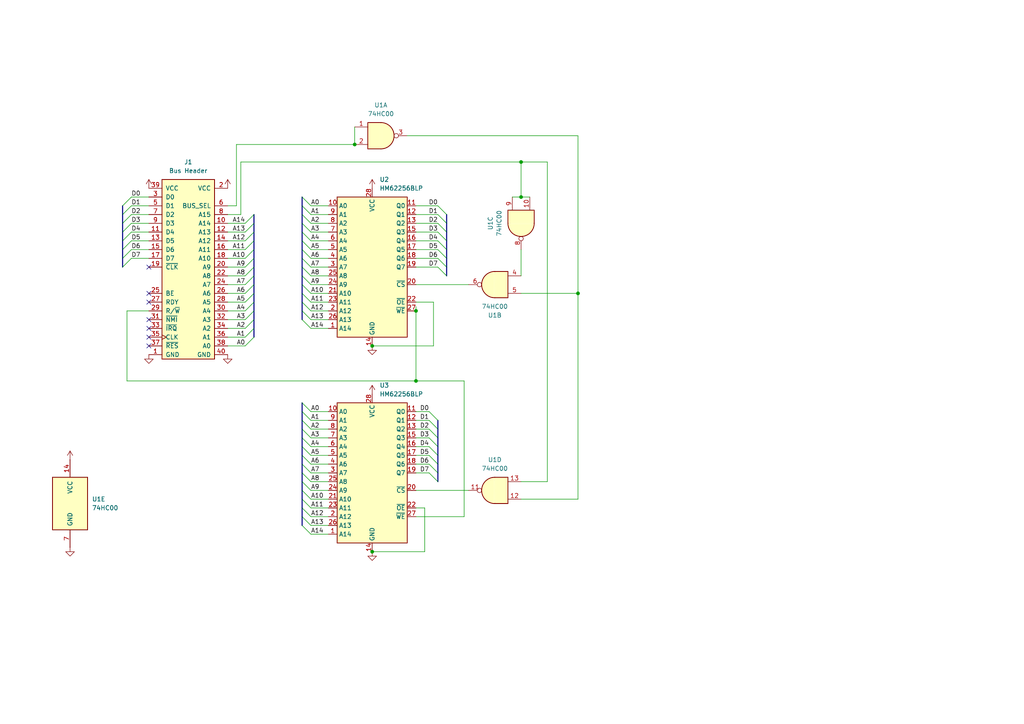
<source format=kicad_sch>
(kicad_sch (version 20250114) (generator "eeschema") (generator_version "9.0")
  (paper "A4")
  (lib_symbols
    (symbol "74xx:74HC00" (pin_names (offset 1.016))
      (property "Reference" "U" (at 0 1.27 0))
      (property "Value" "74HC00" (at 0 -1.27 0))
      (symbol "74HC00_1_1"
        (arc (start 0 3.81) (mid 3.7934 0) (end 0 -3.81) (stroke (width 0.254)) (fill (type background)))
        (polyline (pts (xy 0 3.81) (xy -3.81 3.81) (xy -3.81 -3.81) (xy 0 -3.81)) (stroke (width 0.254)) (fill (type background)))
        (pin input line (at -7.62 2.54 0) (length 3.81) (name "~") (number "1"))
        (pin input line (at -7.62 -2.54 0) (length 3.81) (name "~") (number "2"))
        (pin output inverted (at 7.62 0 180) (length 3.81) (name "~") (number "3"))
      )
      (symbol "74HC00_1_2"
        (arc (start -3.81 3.81) (mid -2.589 0) (end -3.81 -3.81) (stroke (width 0.254)))
        (polyline (pts (xy -3.81 3.81) (xy -0.635 3.81)) (stroke (width 0.254)) (fill (type background)))
        (polyline (pts (xy -3.81 -3.81) (xy -0.635 -3.81)) (stroke (width 0.254)) (fill (type background)))
        (arc (start 3.81 0) (mid 2.1855 -2.584) (end -0.6096 -3.81) (stroke (width 0.254)) (fill (type background)))
        (arc (start -0.6096 3.81) (mid 2.1928 2.5924) (end 3.81 0) (stroke (width 0.254)) (fill (type background)))
        (polyline (pts (xy -0.635 3.81) (xy -3.81 3.81) (xy -3.81 3.81) (xy -3.556 3.4036) (xy -3.0226 2.2606) (xy -2.6924 1.0414) (xy -2.6162 -0.254) (xy -2.7686 -1.4986) (xy -3.175 -2.7178) (xy -3.81 -3.81) (xy -3.81 -3.81) (xy -0.635 -3.81)) (stroke (width -25.4)) (fill (type background)))
        (pin input inverted (at -7.62 2.54 0) (length 4.318) (name "~") (number "1"))
        (pin input inverted (at -7.62 -2.54 0) (length 4.318) (name "~") (number "2"))
        (pin output line (at 7.62 0 180) (length 3.81) (name "~") (number "3"))
      )
      (symbol "74HC00_2_1"
        (arc (start 0 3.81) (mid 3.7934 0) (end 0 -3.81) (stroke (width 0.254)) (fill (type background)))
        (polyline (pts (xy 0 3.81) (xy -3.81 3.81) (xy -3.81 -3.81) (xy 0 -3.81)) (stroke (width 0.254)) (fill (type background)))
        (pin input line (at -7.62 2.54 0) (length 3.81) (name "~") (number "4"))
        (pin input line (at -7.62 -2.54 0) (length 3.81) (name "~") (number "5"))
        (pin output inverted (at 7.62 0 180) (length 3.81) (name "~") (number "6"))
      )
      (symbol "74HC00_2_2"
        (arc (start -3.81 3.81) (mid -2.589 0) (end -3.81 -3.81) (stroke (width 0.254)))
        (polyline (pts (xy -3.81 3.81) (xy -0.635 3.81)) (stroke (width 0.254)) (fill (type background)))
        (polyline (pts (xy -3.81 -3.81) (xy -0.635 -3.81)) (stroke (width 0.254)) (fill (type background)))
        (arc (start 3.81 0) (mid 2.1855 -2.584) (end -0.6096 -3.81) (stroke (width 0.254)) (fill (type background)))
        (arc (start -0.6096 3.81) (mid 2.1928 2.5924) (end 3.81 0) (stroke (width 0.254)) (fill (type background)))
        (polyline (pts (xy -0.635 3.81) (xy -3.81 3.81) (xy -3.81 3.81) (xy -3.556 3.4036) (xy -3.0226 2.2606) (xy -2.6924 1.0414) (xy -2.6162 -0.254) (xy -2.7686 -1.4986) (xy -3.175 -2.7178) (xy -3.81 -3.81) (xy -3.81 -3.81) (xy -0.635 -3.81)) (stroke (width -25.4)) (fill (type background)))
        (pin input inverted (at -7.62 2.54 0) (length 4.318) (name "~") (number "4"))
        (pin input inverted (at -7.62 -2.54 0) (length 4.318) (name "~") (number "5"))
        (pin output line (at 7.62 0 180) (length 3.81) (name "~") (number "6"))
      )
      (symbol "74HC00_3_1"
        (arc (start 0 3.81) (mid 3.7934 0) (end 0 -3.81) (stroke (width 0.254)) (fill (type background)))
        (polyline (pts (xy 0 3.81) (xy -3.81 3.81) (xy -3.81 -3.81) (xy 0 -3.81)) (stroke (width 0.254)) (fill (type background)))
        (pin input line (at -7.62 2.54 0) (length 3.81) (name "~") (number "9"))
        (pin input line (at -7.62 -2.54 0) (length 3.81) (name "~") (number "10"))
        (pin output inverted (at 7.62 0 180) (length 3.81) (name "~") (number "8"))
      )
      (symbol "74HC00_3_2"
        (arc (start -3.81 3.81) (mid -2.589 0) (end -3.81 -3.81) (stroke (width 0.254)))
        (polyline (pts (xy -3.81 3.81) (xy -0.635 3.81)) (stroke (width 0.254)) (fill (type background)))
        (polyline (pts (xy -3.81 -3.81) (xy -0.635 -3.81)) (stroke (width 0.254)) (fill (type background)))
        (arc (start 3.81 0) (mid 2.1855 -2.584) (end -0.6096 -3.81) (stroke (width 0.254)) (fill (type background)))
        (arc (start -0.6096 3.81) (mid 2.1928 2.5924) (end 3.81 0) (stroke (width 0.254)) (fill (type background)))
        (polyline (pts (xy -0.635 3.81) (xy -3.81 3.81) (xy -3.81 3.81) (xy -3.556 3.4036) (xy -3.0226 2.2606) (xy -2.6924 1.0414) (xy -2.6162 -0.254) (xy -2.7686 -1.4986) (xy -3.175 -2.7178) (xy -3.81 -3.81) (xy -3.81 -3.81) (xy -0.635 -3.81)) (stroke (width -25.4)) (fill (type background)))
        (pin input inverted (at -7.62 2.54 0) (length 4.318) (name "~") (number "9"))
        (pin input inverted (at -7.62 -2.54 0) (length 4.318) (name "~") (number "10"))
        (pin output line (at 7.62 0 180) (length 3.81) (name "~") (number "8"))
      )
      (symbol "74HC00_4_1"
        (arc (start 0 3.81) (mid 3.7934 0) (end 0 -3.81) (stroke (width 0.254)) (fill (type background)))
        (polyline (pts (xy 0 3.81) (xy -3.81 3.81) (xy -3.81 -3.81) (xy 0 -3.81)) (stroke (width 0.254)) (fill (type background)))
        (pin input line (at -7.62 2.54 0) (length 3.81) (name "~") (number "12"))
        (pin input line (at -7.62 -2.54 0) (length 3.81) (name "~") (number "13"))
        (pin output inverted (at 7.62 0 180) (length 3.81) (name "~") (number "11"))
      )
      (symbol "74HC00_4_2"
        (arc (start -3.81 3.81) (mid -2.589 0) (end -3.81 -3.81) (stroke (width 0.254)))
        (polyline (pts (xy -3.81 3.81) (xy -0.635 3.81)) (stroke (width 0.254)) (fill (type background)))
        (polyline (pts (xy -3.81 -3.81) (xy -0.635 -3.81)) (stroke (width 0.254)) (fill (type background)))
        (arc (start 3.81 0) (mid 2.1855 -2.584) (end -0.6096 -3.81) (stroke (width 0.254)) (fill (type background)))
        (arc (start -0.6096 3.81) (mid 2.1928 2.5924) (end 3.81 0) (stroke (width 0.254)) (fill (type background)))
        (polyline (pts (xy -0.635 3.81) (xy -3.81 3.81) (xy -3.81 3.81) (xy -3.556 3.4036) (xy -3.0226 2.2606) (xy -2.6924 1.0414) (xy -2.6162 -0.254) (xy -2.7686 -1.4986) (xy -3.175 -2.7178) (xy -3.81 -3.81) (xy -3.81 -3.81) (xy -0.635 -3.81)) (stroke (width -25.4)) (fill (type background)))
        (pin input inverted (at -7.62 2.54 0) (length 4.318) (name "~") (number "12"))
        (pin input inverted (at -7.62 -2.54 0) (length 4.318) (name "~") (number "13"))
        (pin output line (at 7.62 0 180) (length 3.81) (name "~") (number "11"))
      )
      (symbol "74HC00_5_0"
        (pin power_in line (at 0 12.7 270) (length 5.08) (name "VCC") (number "14"))
        (pin power_in line (at 0 -12.7 90) (length 5.08) (name "GND") (number "7"))
      )
      (symbol "74HC00_5_1"
        (rectangle (start -5.08 7.62) (end 5.08 -7.62) (stroke (width 0.254)) (fill (type background)))
      )
    )
    (symbol "Board Connectors:Generic Board Connector" (pin_names (offset 1.016))
      (property "Reference" "J3" (at -0.254 2.286 0))
      (property "Value" "Bus Header" (at 0.508 0.508 0))
      (symbol "Generic Board Connector_1_1"
        (rectangle (start -7.62 -1.27) (end 7.62 -53.34) (stroke (width 0.254)) (fill (type background)))
        (pin power_out line (at -11.43 -3.81 0) (length 3.81) (name "VCC") (number "39"))
        (pin bidirectional line (at -11.43 -6.35 0) (length 3.81) (name "D0") (number "3"))
        (pin bidirectional line (at -11.43 -8.89 0) (length 3.81) (name "D1") (number "5"))
        (pin bidirectional line (at -11.43 -11.43 0) (length 3.81) (name "D2") (number "7"))
        (pin bidirectional line (at -11.43 -13.97 0) (length 3.81) (name "D3") (number "9"))
        (pin bidirectional line (at -11.43 -16.51 0) (length 3.81) (name "D4") (number "11"))
        (pin bidirectional line (at -11.43 -19.05 0) (length 3.81) (name "D5") (number "13"))
        (pin bidirectional line (at -11.43 -21.59 0) (length 3.81) (name "D6") (number "15"))
        (pin bidirectional line (at -11.43 -24.13 0) (length 3.81) (name "D7") (number "17"))
        (pin output line (at -11.43 -26.67 0) (length 3.81) (name "~{CLK}") (number "19"))
        (pin no_connect line (at -11.43 -29.21 0) (length 3.81) (hide yes) (name "NC") (number "21"))
        (pin no_connect line (at -11.43 -31.75 0) (length 3.81) (hide yes) (name "NC") (number "23"))
        (pin output line (at -11.43 -34.29 0) (length 3.81) (name "BE") (number "25"))
        (pin output line (at -11.43 -36.83 0) (length 3.81) (name "RDY") (number "27"))
        (pin output line (at -11.43 -39.37 0) (length 3.81) (name "R/~{W}") (number "29"))
        (pin bidirectional line (at -11.43 -41.91 0) (length 3.81) (name "~{NMI}") (number "31"))
        (pin bidirectional line (at -11.43 -44.45 0) (length 3.81) (name "~{IRQ}") (number "33"))
        (pin output clock (at -11.43 -46.99 0) (length 3.81) (name "CLK") (number "35"))
        (pin output line (at -11.43 -49.53 0) (length 3.81) (name "~{RES}") (number "37"))
        (pin power_out line (at -11.43 -52.07 0) (length 3.81) (name "GND") (number "1"))
        (pin power_out line (at 11.43 -3.81 180) (length 3.81) (name "VCC") (number "2"))
        (pin no_connect line (at 11.43 -6.35 180) (length 3.81) (hide yes) (name "NC") (number "4"))
        (pin output line (at 11.43 -8.89 180) (length 3.81) (name "BUS_SEL") (number "6"))
        (pin output line (at 11.43 -11.43 180) (length 3.81) (name "A15") (number "8"))
        (pin output line (at 11.43 -13.97 180) (length 3.81) (name "A14") (number "10"))
        (pin output line (at 11.43 -16.51 180) (length 3.81) (name "A13") (number "12"))
        (pin output line (at 11.43 -19.05 180) (length 3.81) (name "A12") (number "14"))
        (pin output line (at 11.43 -21.59 180) (length 3.81) (name "A11") (number "16"))
        (pin output line (at 11.43 -24.13 180) (length 3.81) (name "A10") (number "18"))
        (pin output line (at 11.43 -26.67 180) (length 3.81) (name "A9") (number "20"))
        (pin output line (at 11.43 -29.21 180) (length 3.81) (name "A8") (number "22"))
        (pin output line (at 11.43 -31.75 180) (length 3.81) (name "A7") (number "24"))
        (pin output line (at 11.43 -34.29 180) (length 3.81) (name "A6") (number "26"))
        (pin output line (at 11.43 -36.83 180) (length 3.81) (name "A5") (number "28"))
        (pin output line (at 11.43 -39.37 180) (length 3.81) (name "A4") (number "30"))
        (pin output line (at 11.43 -41.91 180) (length 3.81) (name "A3") (number "32"))
        (pin output line (at 11.43 -44.45 180) (length 3.81) (name "A2") (number "34"))
        (pin output line (at 11.43 -46.99 180) (length 3.81) (name "A1") (number "36"))
        (pin output line (at 11.43 -49.53 180) (length 3.81) (name "A0") (number "38"))
        (pin power_out line (at 11.43 -52.07 180) (length 3.81) (name "GND") (number "40"))
      )
    )
    (symbol "Memory_RAM:HM62256BLP"
      (property "Reference" "U" (at -10.16 20.955 0))
      (property "Value" "HM62256BLP" (at 2.54 20.955 0))
      (symbol "HM62256BLP_0_0"
        (pin power_in line (at 0 22.86 270) (length 2.54) (name "VCC") (number "28"))
        (pin power_in line (at 0 -22.86 90) (length 2.54) (name "GND") (number "14"))
      )
      (symbol "HM62256BLP_0_1"
        (rectangle (start -10.16 20.32) (end 10.16 -20.32) (stroke (width 0.254)) (fill (type background)))
      )
      (symbol "HM62256BLP_1_1"
        (pin input line (at -12.7 17.78 0) (length 2.54) (name "A0") (number "10"))
        (pin input line (at -12.7 15.24 0) (length 2.54) (name "A1") (number "9"))
        (pin input line (at -12.7 12.7 0) (length 2.54) (name "A2") (number "8"))
        (pin input line (at -12.7 10.16 0) (length 2.54) (name "A3") (number "7"))
        (pin input line (at -12.7 7.62 0) (length 2.54) (name "A4") (number "6"))
        (pin input line (at -12.7 5.08 0) (length 2.54) (name "A5") (number "5"))
        (pin input line (at -12.7 2.54 0) (length 2.54) (name "A6") (number "4"))
        (pin input line (at -12.7 0 0) (length 2.54) (name "A7") (number "3"))
        (pin input line (at -12.7 -2.54 0) (length 2.54) (name "A8") (number "25"))
        (pin input line (at -12.7 -5.08 0) (length 2.54) (name "A9") (number "24"))
        (pin input line (at -12.7 -7.62 0) (length 2.54) (name "A10") (number "21"))
        (pin input line (at -12.7 -10.16 0) (length 2.54) (name "A11") (number "23"))
        (pin input line (at -12.7 -12.7 0) (length 2.54) (name "A12") (number "2"))
        (pin input line (at -12.7 -15.24 0) (length 2.54) (name "A13") (number "26"))
        (pin input line (at -12.7 -17.78 0) (length 2.54) (name "A14") (number "1"))
        (pin tri_state line (at 12.7 17.78 180) (length 2.54) (name "Q0") (number "11"))
        (pin tri_state line (at 12.7 15.24 180) (length 2.54) (name "Q1") (number "12"))
        (pin tri_state line (at 12.7 12.7 180) (length 2.54) (name "Q2") (number "13"))
        (pin tri_state line (at 12.7 10.16 180) (length 2.54) (name "Q3") (number "15"))
        (pin tri_state line (at 12.7 7.62 180) (length 2.54) (name "Q4") (number "16"))
        (pin tri_state line (at 12.7 5.08 180) (length 2.54) (name "Q5") (number "17"))
        (pin tri_state line (at 12.7 2.54 180) (length 2.54) (name "Q6") (number "18"))
        (pin tri_state line (at 12.7 0 180) (length 2.54) (name "Q7") (number "19"))
        (pin input line (at 12.7 -5.08 180) (length 2.54) (name "~{CS}") (number "20"))
        (pin input line (at 12.7 -10.16 180) (length 2.54) (name "~{OE}") (number "22"))
        (pin input line (at 12.7 -12.7 180) (length 2.54) (name "~{WE}") (number "27"))
      )
    )
    (symbol "power:+5V" (power) (pin_numbers (hide yes)) (pin_names (offset 0) (hide yes))
      (property "Value" "+5V" (at 0 3.556 0))
      (symbol "+5V_0_1"
        (polyline (pts (xy -0.762 1.27) (xy 0 2.54)))
        (polyline (pts (xy 0 2.54) (xy 0.762 1.27)))
        (polyline (pts (xy 0 0) (xy 0 2.54)))
      )
      (symbol "+5V_1_1"
        (pin power_in line (at 0 0 90) (length 0) (name "~") (number "1"))
      )
    )
    (symbol "power:GND" (power) (pin_numbers (hide yes)) (pin_names (offset 0) (hide yes))
      (property "Value" "GND" (at 0 -3.81 0))
      (symbol "GND_0_1"
        (polyline (pts (xy 0 0) (xy 0 -1.27) (xy 1.27 -1.27) (xy 0 -2.54) (xy -1.27 -1.27) (xy 0 -1.27)))
      )
      (symbol "GND_1_1"
        (pin power_in line (at 0 0 270) (length 0) (name "~") (number "1"))
      )
    )
  )
  (junction (at 151.13 46.99))
  (junction (at 151.13 57.15))
  (junction (at 107.95 160.02))
  (junction (at 167.64 85.09))
  (junction (at 120.65 90.17))
  (junction (at 107.95 100.33))
  (junction (at 102.87 41.91))
  (junction (at 120.65 110.49))
  (no_connect (at 43.18 95.25))
  (no_connect (at 43.18 92.71))
  (no_connect (at 43.18 100.33))
  (no_connect (at 43.18 77.47))
  (no_connect (at 43.18 85.09))
  (no_connect (at 43.18 87.63))
  (no_connect (at 43.18 97.79))
  (bus_entry (at 73.66 87.63) (size -2.54 2.54))
  (bus_entry (at 87.63 87.63) (size 2.54 2.54))
  (bus_entry (at 129.54 80.01) (size -2.54 -2.54))
  (bus_entry (at 87.63 132.08) (size 2.54 2.54))
  (bus_entry (at 87.63 57.15) (size 2.54 2.54))
  (bus_entry (at 73.66 72.39) (size -2.54 2.54))
  (bus_entry (at 73.66 82.55) (size -2.54 2.54))
  (bus_entry (at 35.56 62.23) (size 2.54 -2.54))
  (bus_entry (at 87.63 124.46) (size 2.54 2.54))
  (bus_entry (at 87.63 134.62) (size 2.54 2.54))
  (bus_entry (at 35.56 72.39) (size 2.54 -2.54))
  (bus_entry (at 87.63 149.86) (size 2.54 2.54))
  (bus_entry (at 129.54 64.77) (size -2.54 -2.54))
  (bus_entry (at 87.63 64.77) (size 2.54 2.54))
  (bus_entry (at 87.63 82.55) (size 2.54 2.54))
  (bus_entry (at 129.54 69.85) (size -2.54 -2.54))
  (bus_entry (at 87.63 77.47) (size 2.54 2.54))
  (bus_entry (at 73.66 67.31) (size -2.54 2.54))
  (bus_entry (at 127 121.92) (size -2.54 -2.54))
  (bus_entry (at 73.66 69.85) (size -2.54 2.54))
  (bus_entry (at 35.56 59.69) (size 2.54 -2.54))
  (bus_entry (at 73.66 62.23) (size -2.54 2.54))
  (bus_entry (at 127 137.16) (size -2.54 -2.54))
  (bus_entry (at 73.66 77.47) (size -2.54 2.54))
  (bus_entry (at 87.63 121.92) (size 2.54 2.54))
  (bus_entry (at 127 132.08) (size -2.54 -2.54))
  (bus_entry (at 127 139.7) (size -2.54 -2.54))
  (bus_entry (at 87.63 147.32) (size 2.54 2.54))
  (bus_entry (at 87.63 119.38) (size 2.54 2.54))
  (bus_entry (at 35.56 69.85) (size 2.54 -2.54))
  (bus_entry (at 73.66 80.01) (size -2.54 2.54))
  (bus_entry (at 87.63 142.24) (size 2.54 2.54))
  (bus_entry (at 35.56 77.47) (size 2.54 -2.54))
  (bus_entry (at 129.54 74.93) (size -2.54 -2.54))
  (bus_entry (at 87.63 59.69) (size 2.54 2.54))
  (bus_entry (at 87.63 116.84) (size 2.54 2.54))
  (bus_entry (at 35.56 64.77) (size 2.54 -2.54))
  (bus_entry (at 73.66 92.71) (size -2.54 2.54))
  (bus_entry (at 73.66 97.79) (size -2.54 2.54))
  (bus_entry (at 129.54 72.39) (size -2.54 -2.54))
  (bus_entry (at 127 129.54) (size -2.54 -2.54))
  (bus_entry (at 87.63 72.39) (size 2.54 2.54))
  (bus_entry (at 87.63 139.7) (size 2.54 2.54))
  (bus_entry (at 87.63 80.01) (size 2.54 2.54))
  (bus_entry (at 127 124.46) (size -2.54 -2.54))
  (bus_entry (at 73.66 64.77) (size -2.54 2.54))
  (bus_entry (at 73.66 95.25) (size -2.54 2.54))
  (bus_entry (at 129.54 67.31) (size -2.54 -2.54))
  (bus_entry (at 73.66 74.93) (size -2.54 2.54))
  (bus_entry (at 87.63 144.78) (size 2.54 2.54))
  (bus_entry (at 73.66 90.17) (size -2.54 2.54))
  (bus_entry (at 129.54 77.47) (size -2.54 -2.54))
  (bus_entry (at 87.63 137.16) (size 2.54 2.54))
  (bus_entry (at 87.63 74.93) (size 2.54 2.54))
  (bus_entry (at 127 134.62) (size -2.54 -2.54))
  (bus_entry (at 35.56 74.93) (size 2.54 -2.54))
  (bus_entry (at 87.63 62.23) (size 2.54 2.54))
  (bus_entry (at 87.63 127) (size 2.54 2.54))
  (bus_entry (at 129.54 62.23) (size -2.54 -2.54))
  (bus_entry (at 73.66 85.09) (size -2.54 2.54))
  (bus_entry (at 87.63 152.4) (size 2.54 2.54))
  (bus_entry (at 127 127) (size -2.54 -2.54))
  (bus_entry (at 87.63 85.09) (size 2.54 2.54))
  (bus_entry (at 87.63 90.17) (size 2.54 2.54))
  (bus_entry (at 87.63 69.85) (size 2.54 2.54))
  (bus_entry (at 87.63 92.71) (size 2.54 2.54))
  (bus_entry (at 87.63 67.31) (size 2.54 2.54))
  (bus_entry (at 35.56 67.31) (size 2.54 -2.54))
  (bus_entry (at 87.63 129.54) (size 2.54 2.54))
  (wire (pts (xy 135.89 142.24) (xy 120.65 142.24)))
  (bus (pts (xy 35.56 69.85) (xy 35.56 72.39)))
  (bus (pts (xy 127 137.16) (xy 127 139.7)))
  (wire (pts (xy 151.13 139.7) (xy 158.75 139.7)))
  (wire (pts (xy 120.65 129.54) (xy 124.46 129.54)))
  (wire (pts (xy 38.1 64.77) (xy 43.18 64.77)))
  (wire (pts (xy 71.12 87.63) (xy 66.04 87.63)))
  (wire (pts (xy 167.64 85.09) (xy 151.13 85.09)))
  (bus (pts (xy 129.54 64.77) (xy 129.54 67.31)))
  (wire (pts (xy 120.65 82.55) (xy 135.89 82.55)))
  (bus (pts (xy 87.63 92.71) (xy 87.63 90.17)))
  (wire (pts (xy 90.17 82.55) (xy 95.25 82.55)))
  (bus (pts (xy 73.66 72.39) (xy 73.66 69.85)))
  (bus (pts (xy 87.63 85.09) (xy 87.63 82.55)))
  (wire (pts (xy 90.17 80.01) (xy 95.25 80.01)))
  (bus (pts (xy 129.54 74.93) (xy 129.54 77.47)))
  (wire (pts (xy 102.87 36.83) (xy 102.87 41.91)))
  (bus (pts (xy 87.63 129.54) (xy 87.63 127)))
  (wire (pts (xy 66.04 62.23) (xy 69.85 62.23)))
  (wire (pts (xy 120.65 62.23) (xy 127 62.23)))
  (wire (pts (xy 71.12 95.25) (xy 66.04 95.25)))
  (bus (pts (xy 35.56 74.93) (xy 35.56 77.47)))
  (bus (pts (xy 87.63 152.4) (xy 87.63 149.86)))
  (bus (pts (xy 87.63 139.7) (xy 87.63 137.16)))
  (bus (pts (xy 87.63 124.46) (xy 87.63 121.92)))
  (wire (pts (xy 71.12 97.79) (xy 66.04 97.79)))
  (wire (pts (xy 134.62 149.86) (xy 134.62 110.49)))
  (bus (pts (xy 127 129.54) (xy 127 132.08)))
  (bus (pts (xy 129.54 67.31) (xy 129.54 69.85)))
  (wire (pts (xy 69.85 62.23) (xy 69.85 46.99)))
  (wire (pts (xy 120.65 134.62) (xy 124.46 134.62)))
  (wire (pts (xy 38.1 69.85) (xy 43.18 69.85)))
  (wire (pts (xy 120.65 121.92) (xy 124.46 121.92)))
  (bus (pts (xy 129.54 62.23) (xy 129.54 64.77)))
  (wire (pts (xy 158.75 46.99) (xy 151.13 46.99)))
  (wire (pts (xy 120.65 64.77) (xy 127 64.77)))
  (bus (pts (xy 73.66 67.31) (xy 73.66 64.77)))
  (wire (pts (xy 71.12 82.55) (xy 66.04 82.55)))
  (wire (pts (xy 71.12 64.77) (xy 66.04 64.77)))
  (bus (pts (xy 87.63 80.01) (xy 87.63 77.47)))
  (bus (pts (xy 87.63 132.08) (xy 87.63 129.54)))
  (wire (pts (xy 90.17 134.62) (xy 95.25 134.62)))
  (wire (pts (xy 90.17 69.85) (xy 95.25 69.85)))
  (wire (pts (xy 38.1 62.23) (xy 43.18 62.23)))
  (wire (pts (xy 90.17 87.63) (xy 95.25 87.63)))
  (wire (pts (xy 120.65 87.63) (xy 125.73 87.63)))
  (bus (pts (xy 87.63 74.93) (xy 87.63 77.47)))
  (bus (pts (xy 73.66 62.23) (xy 73.66 64.77)))
  (bus (pts (xy 87.63 59.69) (xy 87.63 57.15)))
  (wire (pts (xy 71.12 74.93) (xy 66.04 74.93)))
  (wire (pts (xy 90.17 121.92) (xy 95.25 121.92)))
  (wire (pts (xy 120.65 59.69) (xy 127 59.69)))
  (bus (pts (xy 73.66 92.71) (xy 73.66 90.17)))
  (bus (pts (xy 73.66 80.01) (xy 73.66 77.47)))
  (bus (pts (xy 87.63 82.55) (xy 87.63 80.01)))
  (bus (pts (xy 129.54 72.39) (xy 129.54 74.93)))
  (wire (pts (xy 90.17 152.4) (xy 95.25 152.4)))
  (wire (pts (xy 90.17 62.23) (xy 95.25 62.23)))
  (wire (pts (xy 90.17 90.17) (xy 95.25 90.17)))
  (wire (pts (xy 68.58 41.91) (xy 102.87 41.91)))
  (bus (pts (xy 87.63 134.62) (xy 87.63 132.08)))
  (bus (pts (xy 127 121.92) (xy 127 124.46)))
  (bus (pts (xy 127 124.46) (xy 127 127)))
  (bus (pts (xy 35.56 62.23) (xy 35.56 64.77)))
  (wire (pts (xy 90.17 64.77) (xy 95.25 64.77)))
  (wire (pts (xy 71.12 92.71) (xy 66.04 92.71)))
  (wire (pts (xy 71.12 100.33) (xy 66.04 100.33)))
  (wire (pts (xy 71.12 90.17) (xy 66.04 90.17)))
  (bus (pts (xy 35.56 59.69) (xy 35.56 62.23)))
  (wire (pts (xy 38.1 74.93) (xy 43.18 74.93)))
  (bus (pts (xy 73.66 90.17) (xy 73.66 87.63)))
  (bus (pts (xy 35.56 64.77) (xy 35.56 67.31)))
  (wire (pts (xy 151.13 72.39) (xy 151.13 80.01)))
  (wire (pts (xy 38.1 67.31) (xy 43.18 67.31)))
  (wire (pts (xy 90.17 142.24) (xy 95.25 142.24)))
  (wire (pts (xy 90.17 59.69) (xy 95.25 59.69)))
  (wire (pts (xy 120.65 74.93) (xy 127 74.93)))
  (bus (pts (xy 73.66 77.47) (xy 73.66 74.93)))
  (wire (pts (xy 148.59 57.15) (xy 151.13 57.15)))
  (wire (pts (xy 123.19 160.02) (xy 107.95 160.02)))
  (wire (pts (xy 120.65 110.49) (xy 134.62 110.49)))
  (wire (pts (xy 90.17 149.86) (xy 95.25 149.86)))
  (bus (pts (xy 87.63 64.77) (xy 87.63 62.23)))
  (bus (pts (xy 73.66 95.25) (xy 73.66 92.71)))
  (wire (pts (xy 90.17 85.09) (xy 95.25 85.09)))
  (bus (pts (xy 127 134.62) (xy 127 137.16)))
  (bus (pts (xy 73.66 97.79) (xy 73.66 95.25)))
  (bus (pts (xy 87.63 67.31) (xy 87.63 64.77)))
  (wire (pts (xy 90.17 127) (xy 95.25 127)))
  (bus (pts (xy 73.66 82.55) (xy 73.66 85.09)))
  (wire (pts (xy 90.17 72.39) (xy 95.25 72.39)))
  (wire (pts (xy 158.75 139.7) (xy 158.75 46.99)))
  (bus (pts (xy 87.63 127) (xy 87.63 124.46)))
  (bus (pts (xy 127 127) (xy 127 129.54)))
  (wire (pts (xy 90.17 92.71) (xy 95.25 92.71)))
  (bus (pts (xy 87.63 90.17) (xy 87.63 87.63)))
  (wire (pts (xy 120.65 127) (xy 124.46 127)))
  (wire (pts (xy 36.83 110.49) (xy 36.83 90.17)))
  (wire (pts (xy 120.65 110.49) (xy 36.83 110.49)))
  (wire (pts (xy 125.73 100.33) (xy 107.95 100.33)))
  (bus (pts (xy 87.63 87.63) (xy 87.63 85.09)))
  (bus (pts (xy 73.66 87.63) (xy 73.66 85.09)))
  (bus (pts (xy 87.63 62.23) (xy 87.63 59.69)))
  (wire (pts (xy 120.65 77.47) (xy 127 77.47)))
  (wire (pts (xy 36.83 90.17) (xy 43.18 90.17)))
  (wire (pts (xy 38.1 57.15) (xy 43.18 57.15)))
  (wire (pts (xy 118.11 39.37) (xy 167.64 39.37)))
  (wire (pts (xy 90.17 147.32) (xy 95.25 147.32)))
  (wire (pts (xy 90.17 67.31) (xy 95.25 67.31)))
  (wire (pts (xy 90.17 132.08) (xy 95.25 132.08)))
  (wire (pts (xy 68.58 59.69) (xy 68.58 41.91)))
  (wire (pts (xy 120.65 149.86) (xy 134.62 149.86)))
  (wire (pts (xy 120.65 88.9) (xy 120.65 90.17)))
  (wire (pts (xy 167.64 144.78) (xy 167.64 85.09)))
  (bus (pts (xy 87.63 119.38) (xy 87.63 116.84)))
  (bus (pts (xy 87.63 72.39) (xy 87.63 69.85)))
  (wire (pts (xy 90.17 74.93) (xy 95.25 74.93)))
  (wire (pts (xy 38.1 59.69) (xy 43.18 59.69)))
  (bus (pts (xy 87.63 74.93) (xy 87.63 72.39)))
  (wire (pts (xy 151.13 46.99) (xy 151.13 57.15)))
  (bus (pts (xy 35.56 67.31) (xy 35.56 69.85)))
  (wire (pts (xy 38.1 72.39) (xy 43.18 72.39)))
  (wire (pts (xy 120.65 90.17) (xy 120.65 110.49)))
  (wire (pts (xy 125.73 87.63) (xy 125.73 100.33)))
  (wire (pts (xy 120.65 132.08) (xy 124.46 132.08)))
  (wire (pts (xy 120.65 67.31) (xy 127 67.31)))
  (wire (pts (xy 71.12 69.85) (xy 66.04 69.85)))
  (bus (pts (xy 87.63 147.32) (xy 87.63 144.78)))
  (wire (pts (xy 123.19 147.32) (xy 123.19 160.02)))
  (wire (pts (xy 90.17 144.78) (xy 95.25 144.78)))
  (wire (pts (xy 90.17 129.54) (xy 95.25 129.54)))
  (bus (pts (xy 73.66 82.55) (xy 73.66 80.01)))
  (bus (pts (xy 129.54 69.85) (xy 129.54 72.39)))
  (wire (pts (xy 90.17 119.38) (xy 95.25 119.38)))
  (bus (pts (xy 87.63 69.85) (xy 87.63 67.31)))
  (wire (pts (xy 71.12 77.47) (xy 66.04 77.47)))
  (wire (pts (xy 71.12 85.09) (xy 66.04 85.09)))
  (wire (pts (xy 90.17 137.16) (xy 95.25 137.16)))
  (wire (pts (xy 71.12 67.31) (xy 66.04 67.31)))
  (wire (pts (xy 120.65 137.16) (xy 124.46 137.16)))
  (wire (pts (xy 120.65 119.38) (xy 124.46 119.38)))
  (bus (pts (xy 87.63 149.86) (xy 87.63 147.32)))
  (wire (pts (xy 90.17 77.47) (xy 95.25 77.47)))
  (bus (pts (xy 87.63 121.92) (xy 87.63 119.38)))
  (wire (pts (xy 120.65 147.32) (xy 123.19 147.32)))
  (wire (pts (xy 151.13 144.78) (xy 167.64 144.78)))
  (bus (pts (xy 73.66 69.85) (xy 73.66 67.31)))
  (bus (pts (xy 87.63 134.62) (xy 87.63 137.16)))
  (wire (pts (xy 167.64 39.37) (xy 167.64 85.09)))
  (wire (pts (xy 71.12 72.39) (xy 66.04 72.39)))
  (bus (pts (xy 87.63 142.24) (xy 87.63 139.7)))
  (bus (pts (xy 35.56 72.39) (xy 35.56 74.93)))
  (wire (pts (xy 120.65 124.46) (xy 124.46 124.46)))
  (bus (pts (xy 73.66 74.93) (xy 73.66 72.39)))
  (wire (pts (xy 90.17 95.25) (xy 95.25 95.25)))
  (wire (pts (xy 151.13 57.15) (xy 153.67 57.15)))
  (wire (pts (xy 90.17 124.46) (xy 95.25 124.46)))
  (bus (pts (xy 129.54 77.47) (xy 129.54 80.01)))
  (wire (pts (xy 90.17 154.94) (xy 95.25 154.94)))
  (wire (pts (xy 120.65 72.39) (xy 127 72.39)))
  (bus (pts (xy 127 132.08) (xy 127 134.62)))
  (wire (pts (xy 90.17 139.7) (xy 95.25 139.7)))
  (wire (pts (xy 120.65 69.85) (xy 127 69.85)))
  (wire (pts (xy 71.12 80.01) (xy 66.04 80.01)))
  (bus (pts (xy 87.63 144.78) (xy 87.63 142.24)))
  (wire (pts (xy 66.04 59.69) (xy 68.58 59.69)))
  (wire (pts (xy 69.85 46.99) (xy 151.13 46.99)))
  (label "A1" (at 90.17 62.23 0))
  (label "A2" (at 90.17 64.77 0))
  (label "A14" (at 90.17 95.25 0))
  (label "A13" (at 90.17 92.71 0))
  (label "A12" (at 90.17 90.17 0))
  (label "A3" (at 90.17 67.31 0))
  (label "A4" (at 90.17 69.85 0))
  (label "A5" (at 90.17 72.39 0))
  (label "A6" (at 90.17 74.93 0))
  (label "A7" (at 90.17 77.47 0))
  (label "A8" (at 90.17 80.01 0))
  (label "A9" (at 90.17 82.55 0))
  (label "A0" (at 90.17 59.69 0))
  (label "A11" (at 90.17 87.63 0))
  (label "A2" (at 71.12 95.25 180))
  (label "A4" (at 71.12 90.17 180))
  (label "A13" (at 90.17 152.4 0))
  (label "A7" (at 71.12 82.55 180))
  (label "A6" (at 90.17 134.62 0))
  (label "D3" (at 38.1 64.77 0))
  (label "D2" (at 38.1 62.23 0))
  (label "D5" (at 38.1 69.85 0))
  (label "D4" (at 38.1 67.31 0))
  (label "D0" (at 38.1 57.15 0))
  (label "D1" (at 38.1 59.69 0))
  (label "D6" (at 38.1 72.39 0))
  (label "D7" (at 38.1 74.93 0))
  (label "A3" (at 71.12 92.71 180))
  (label "A0" (at 90.17 119.38 0))
  (label "D5" (at 124.46 132.08 180))
  (label "A9" (at 71.12 77.47 180))
  (label "A4" (at 90.17 129.54 0))
  (label "A14" (at 71.12 64.77 180))
  (label "D0" (at 127 59.69 180))
  (label "A10" (at 90.17 144.78 0))
  (label "D4" (at 124.46 129.54 180))
  (label "A8" (at 90.17 139.7 0))
  (label "D3" (at 127 67.31 180))
  (label "D2" (at 124.46 124.46 180))
  (label "D4" (at 127 69.85 180))
  (label "A5" (at 71.12 87.63 180))
  (label "A9" (at 90.17 142.24 0))
  (label "D5" (at 127 72.39 180))
  (label "A12" (at 71.12 69.85 180))
  (label "A3" (at 90.17 127 0))
  (label "D6" (at 124.46 134.62 180))
  (label "D7" (at 124.46 137.16 180))
  (label "A5" (at 90.17 132.08 0))
  (label "A11" (at 90.17 147.32 0))
  (label "D2" (at 127 64.77 180))
  (label "D0" (at 124.46 119.38 180))
  (label "D7" (at 127 77.47 180))
  (label "A7" (at 90.17 137.16 0))
  (label "D3" (at 124.46 127 180))
  (label "A10" (at 71.12 74.93 180))
  (label "A2" (at 90.17 124.46 0))
  (label "A8" (at 71.12 80.01 180))
  (label "A10" (at 90.17 85.09 0))
  (label "D1" (at 127 62.23 180))
  (label "A14" (at 90.17 154.94 0))
  (label "A1" (at 71.12 97.79 180))
  (label "D6" (at 127 74.93 180))
  (label "D1" (at 124.46 121.92 180))
  (label "A1" (at 90.17 121.92 0))
  (label "A6" (at 71.12 85.09 180))
  (label "A11" (at 71.12 72.39 180))
  (label "A0" (at 71.12 100.33 180))
  (label "A13" (at 71.12 67.31 180))
  (label "A12" (at 90.17 149.86 0))
  (symbol (lib_id "Memory_RAM:HM62256BLP") (at 107.95 137.16 0) (unit 1)
    (property "Reference" "U3" (at 110.0933 111.76 0) (effects (justify left)))
    (property "Value" "HM62256BLP" (at 110.0933 114.3 0) (effects (justify left)))
    (property "Footprint" "Package_DIP:DIP-28_W15.24mm" (effects (hide yes)))
    (property "Datasheet" "https://web.mit.edu/6.115/www/document/62256.pdf" (effects (hide yes)))
    (property "Description" "32,768-word × 8-bit High Speed CMOS Static RAM, 70ns, DIP-28" (effects (hide yes)))
  )
  (symbol (lib_id "power:+5V") (at 66.04 54.61 0) (unit 1)
    (property "Reference" "#PWR05" (effects (hide yes)))
    (property "Value" "+5V" (effects (hide yes)))
    (property "Description" "Power symbol creates a global label with name \"+5V\"" (effects (hide yes)))
  )
  (symbol (lib_id "power:+5V") (at 107.95 114.3 0) (unit 1)
    (property "Reference" "#PWR09" (effects (hide yes)))
    (property "Value" "+5V" (effects (hide yes)))
    (property "Description" "Power symbol creates a global label with name \"+5V\"" (effects (hide yes)))
  )
  (symbol (lib_id "power:+5V") (at 107.95 54.61 0) (unit 1)
    (property "Reference" "#PWR07" (effects (hide yes)))
    (property "Value" "+5V" (effects (hide yes)))
    (property "Description" "Power symbol creates a global label with name \"+5V\"" (effects (hide yes)))
  )
  (symbol (lib_id "power:GND") (at 66.04 102.87 0) (unit 1)
    (property "Reference" "#PWR06" (effects (hide yes)))
    (property "Value" "GND" (effects (hide yes)))
    (property "Description" "Power symbol creates a global label with name \"GND\" , ground" (effects (hide yes)))
  )
  (symbol (lib_id "Board Connectors:Generic Board Connector") (at 54.61 50.8 0) (unit 1)
    (property "Reference" "J1" (at 54.61 46.99 0))
    (property "Value" "Bus Header" (at 54.61 49.53 0))
    (property "Footprint" "Connector_PinHeader_2.54mm:PinHeader_2x20_P2.54mm_Vertical" (effects (hide yes)))
    (property "Description" "Generic connector, double row, 02x20, counter clockwise pin numbering scheme (similar to DIP package numbering), script generated (kicad-library-utils/schlib/autogen/connector/)" (effects (hide yes)))
  )
  (symbol (lib_id "power:GND") (at 107.95 100.33 0) (unit 1)
    (property "Reference" "#PWR08" (effects (hide yes)))
    (property "Value" "GND" (effects (hide yes)))
    (property "Description" "Power symbol creates a global label with name \"GND\" , ground" (effects (hide yes)))
  )
  (symbol (lib_id "power:GND") (at 107.95 160.02 0) (unit 1)
    (property "Reference" "#PWR010" (effects (hide yes)))
    (property "Value" "GND" (effects (hide yes)))
    (property "Description" "Power symbol creates a global label with name \"GND\" , ground" (effects (hide yes)))
  )
  (symbol (lib_id "74xx:74HC00") (at 143.51 142.24 180) (unit 4)
    (property "Reference" "U1" (at 143.5183 133.35 0))
    (property "Value" "74HC00" (at 143.5183 135.89 0))
    (property "Footprint" "Package_DIP:DIP-14_W7.62mm_Socket" (effects (hide yes)))
    (property "Datasheet" "http://www.ti.com/lit/gpn/sn74hc00" (effects (hide yes)))
    (property "Description" "quad 2-input NAND gate" (effects (hide yes)))
  )
  (symbol (lib_id "74xx:74HC00") (at 151.13 64.77 90) (mirror x) (unit 3)
    (property "Reference" "U1" (at 142.24 64.7617 0))
    (property "Value" "74HC00" (at 144.78 64.7617 0))
    (property "Footprint" "Package_DIP:DIP-14_W7.62mm_Socket" (effects (hide yes)))
    (property "Datasheet" "http://www.ti.com/lit/gpn/sn74hc00" (effects (hide yes)))
    (property "Description" "quad 2-input NAND gate" (effects (hide yes)))
  )
  (symbol (lib_id "74xx:74HC00") (at 143.51 82.55 0) (mirror y) (unit 2)
    (property "Reference" "U1" (at 143.5183 91.44 0))
    (property "Value" "74HC00" (at 143.5183 88.9 0))
    (property "Footprint" "Package_DIP:DIP-14_W7.62mm_Socket" (effects (hide yes)))
    (property "Datasheet" "http://www.ti.com/lit/gpn/sn74hc00" (effects (hide yes)))
    (property "Description" "quad 2-input NAND gate" (effects (hide yes)))
  )
  (symbol (lib_id "74xx:74HC00") (at 110.49 39.37 0) (unit 1)
    (property "Reference" "U1" (at 110.4817 30.48 0))
    (property "Value" "74HC00" (at 110.4817 33.02 0))
    (property "Footprint" "Package_DIP:DIP-14_W7.62mm_Socket" (effects (hide yes)))
    (property "Datasheet" "http://www.ti.com/lit/gpn/sn74hc00" (effects (hide yes)))
    (property "Description" "quad 2-input NAND gate" (effects (hide yes)))
  )
  (symbol (lib_id "74xx:74HC00") (at 20.32 146.05 0) (mirror y) (unit 5)
    (property "Reference" "U1" (at 26.67 144.7799 0) (effects (justify right)))
    (property "Value" "74HC00" (at 26.67 147.3199 0) (effects (justify right)))
    (property "Footprint" "Package_DIP:DIP-14_W7.62mm_Socket" (effects (hide yes)))
    (property "Datasheet" "http://www.ti.com/lit/gpn/sn74hc00" (effects (hide yes)))
    (property "Description" "quad 2-input NAND gate" (effects (hide yes)))
  )
  (symbol (lib_id "Memory_RAM:HM62256BLP") (at 107.95 77.47 0) (unit 1)
    (property "Reference" "U2" (at 110.0933 52.07 0) (effects (justify left)))
    (property "Value" "HM62256BLP" (at 110.0933 54.61 0) (effects (justify left)))
    (property "Footprint" "Package_DIP:DIP-28_W15.24mm" (effects (hide yes)))
    (property "Datasheet" "https://web.mit.edu/6.115/www/document/62256.pdf" (effects (hide yes)))
    (property "Description" "32,768-word × 8-bit High Speed CMOS Static RAM, 70ns, DIP-28" (effects (hide yes)))
  )
  (symbol (lib_id "power:GND") (at 43.18 102.87 0) (unit 1)
    (property "Reference" "#PWR04" (effects (hide yes)))
    (property "Value" "GND" (effects (hide yes)))
    (property "Description" "Power symbol creates a global label with name \"GND\" , ground" (effects (hide yes)))
  )
  (symbol (lib_id "power:+5V") (at 43.18 54.61 0) (unit 1)
    (property "Reference" "#PWR03" (effects (hide yes)))
    (property "Value" "+5V" (effects (hide yes)))
    (property "Description" "Power symbol creates a global label with name \"+5V\"" (effects (hide yes)))
  )
  (symbol (lib_id "power:+5V") (at 20.32 133.35 0) (unit 1)
    (property "Reference" "#PWR01" (effects (hide yes)))
    (property "Value" "+5V" (effects (hide yes)))
    (property "Description" "Power symbol creates a global label with name \"+5V\"" (effects (hide yes)))
  )
  (symbol (lib_id "power:GND") (at 20.32 158.75 0) (unit 1)
    (property "Reference" "#PWR02" (effects (hide yes)))
    (property "Value" "GND" (effects (hide yes)))
    (property "Description" "Power symbol creates a global label with name \"GND\" , ground" (effects (hide yes)))
  )
)
</source>
